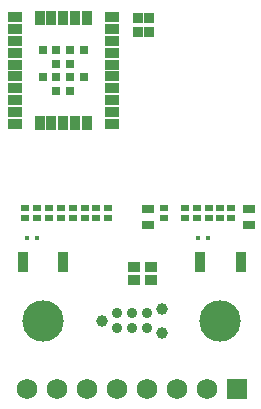
<source format=gts>
G04*
G04 #@! TF.GenerationSoftware,Altium Limited,Altium Designer,21.6.4 (81)*
G04*
G04 Layer_Color=8388736*
%FSLAX44Y44*%
%MOMM*%
G71*
G04*
G04 #@! TF.SameCoordinates,B4D087F0-9EC3-4593-89C5-D5A80E32FEAA*
G04*
G04*
G04 #@! TF.FilePolarity,Negative*
G04*
G01*
G75*
G04:AMPARAMS|DCode=25|XSize=1.25mm|YSize=0.8mm|CornerRadius=0.085mm|HoleSize=0mm|Usage=FLASHONLY|Rotation=180.000|XOffset=0mm|YOffset=0mm|HoleType=Round|Shape=RoundedRectangle|*
%AMROUNDEDRECTD25*
21,1,1.2500,0.6300,0,0,180.0*
21,1,1.0800,0.8000,0,0,180.0*
1,1,0.1700,-0.5400,0.3150*
1,1,0.1700,0.5400,0.3150*
1,1,0.1700,0.5400,-0.3150*
1,1,0.1700,-0.5400,-0.3150*
%
%ADD25ROUNDEDRECTD25*%
G04:AMPARAMS|DCode=26|XSize=1.25mm|YSize=0.8mm|CornerRadius=0.085mm|HoleSize=0mm|Usage=FLASHONLY|Rotation=90.000|XOffset=0mm|YOffset=0mm|HoleType=Round|Shape=RoundedRectangle|*
%AMROUNDEDRECTD26*
21,1,1.2500,0.6300,0,0,90.0*
21,1,1.0800,0.8000,0,0,90.0*
1,1,0.1700,0.3150,0.5400*
1,1,0.1700,0.3150,-0.5400*
1,1,0.1700,-0.3150,-0.5400*
1,1,0.1700,-0.3150,0.5400*
%
%ADD26ROUNDEDRECTD26*%
%ADD27R,0.8000X0.8000*%
%ADD28R,0.6500X0.6200*%
%ADD29C,0.8900*%
%ADD30R,1.1200X0.7400*%
%ADD31R,0.8800X0.8400*%
%ADD32R,0.4600X0.4500*%
%ADD33R,0.9000X1.8000*%
%ADD34R,1.1000X0.9000*%
%ADD35C,1.0000*%
%ADD36C,1.7500*%
%ADD37R,1.7500X1.7500*%
%ADD38C,3.5000*%
D25*
X93150Y266750D02*
D03*
Y276750D02*
D03*
Y286750D02*
D03*
Y296750D02*
D03*
Y306750D02*
D03*
Y316750D02*
D03*
Y326750D02*
D03*
Y336750D02*
D03*
Y346750D02*
D03*
Y356750D02*
D03*
X10650D02*
D03*
Y346750D02*
D03*
Y336750D02*
D03*
Y326750D02*
D03*
Y316750D02*
D03*
Y306750D02*
D03*
Y296750D02*
D03*
Y286750D02*
D03*
Y276750D02*
D03*
Y266750D02*
D03*
D26*
X31900Y356000D02*
D03*
X41900D02*
D03*
X51900D02*
D03*
X61900D02*
D03*
X71900D02*
D03*
Y267500D02*
D03*
X61900D02*
D03*
X51900D02*
D03*
X41900D02*
D03*
X31900D02*
D03*
D27*
X69150Y329000D02*
D03*
X57650D02*
D03*
X46150D02*
D03*
X34650D02*
D03*
Y306000D02*
D03*
X46150Y317500D02*
D03*
X57650D02*
D03*
Y294500D02*
D03*
X69150Y306000D02*
D03*
X57650D02*
D03*
X46150D02*
D03*
Y294500D02*
D03*
D28*
X90000Y195000D02*
D03*
Y187000D02*
D03*
X137000Y195000D02*
D03*
Y187000D02*
D03*
X80000Y195000D02*
D03*
Y187000D02*
D03*
X155000D02*
D03*
Y195000D02*
D03*
X70066Y187000D02*
D03*
Y195000D02*
D03*
X175000Y187000D02*
D03*
Y195000D02*
D03*
X29868Y187000D02*
D03*
Y195000D02*
D03*
X39878Y187008D02*
D03*
Y195008D02*
D03*
X19868Y187000D02*
D03*
Y195000D02*
D03*
X50066Y187000D02*
D03*
Y195000D02*
D03*
X60066Y187000D02*
D03*
Y195000D02*
D03*
X194000D02*
D03*
Y187000D02*
D03*
X185000D02*
D03*
Y195000D02*
D03*
X165000Y187000D02*
D03*
Y195000D02*
D03*
D29*
X122700Y106350D02*
D03*
Y93650D02*
D03*
X110000Y106350D02*
D03*
Y93650D02*
D03*
X97300Y106350D02*
D03*
Y93650D02*
D03*
D30*
X124000Y181150D02*
D03*
Y194850D02*
D03*
X209000Y194850D02*
D03*
Y181150D02*
D03*
D31*
X124800Y344000D02*
D03*
X115000D02*
D03*
X124800Y356000D02*
D03*
X115000D02*
D03*
D32*
X165800Y170000D02*
D03*
X174200D02*
D03*
X21064Y169926D02*
D03*
X29464D02*
D03*
D33*
X202000Y150000D02*
D03*
X168000D02*
D03*
X52000D02*
D03*
X18000D02*
D03*
D34*
X126500Y134500D02*
D03*
X111500D02*
D03*
Y145500D02*
D03*
X126500D02*
D03*
D35*
X135400Y89840D02*
D03*
Y110160D02*
D03*
X84600Y100000D02*
D03*
D36*
X71900Y42200D02*
D03*
X97300D02*
D03*
X122700D02*
D03*
X173500D02*
D03*
X148100D02*
D03*
X46500D02*
D03*
X21100D02*
D03*
D37*
X198900D02*
D03*
D38*
X185000Y100000D02*
D03*
X35000D02*
D03*
M02*

</source>
